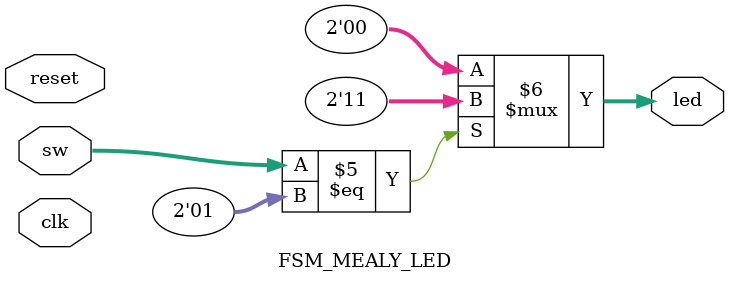
<source format=v>
`timescale 1ns / 1ps


module FSM_MEALY_LED (
    input clk,
    reset,
    input [1:0] sw,
    output [1:0] led
);

    localparam IDLE = 2'b00;
    localparam LED_ON = 2'b01;


    reg [1:0] state, state_next;

    always @(posedge clk, posedge reset) begin
        if (reset) begin
            state <= IDLE;
        end else begin
            state <= state_next;
        end
    end



    always @(*) begin
        state_next = state;

        case (state)

            IDLE:
            if (sw == 2'b01) begin
                state_next = LED_ON;
                //      MEALY 머신 구현. 상태 변화가 현재 state, input에 의존함.
            end

            LED_ON:
            if (sw == 2'b00) begin
                state_next = IDLE;
            end


            default: state_next = state;
        endcase
    end


    assign led = (sw == 2'b01) ? 2'b11 : 2'b00;


endmodule

</source>
